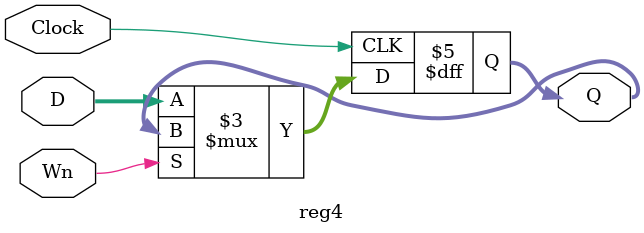
<source format=v>
module reg4 (D, Wn, Clock, Q);
	input [3:0] D;
	input Clock, Wn;
	output reg [3:0] Q;
	always @(posedge Clock)
		if (Wn == 0)
			Q <= D;
endmodule 
</source>
